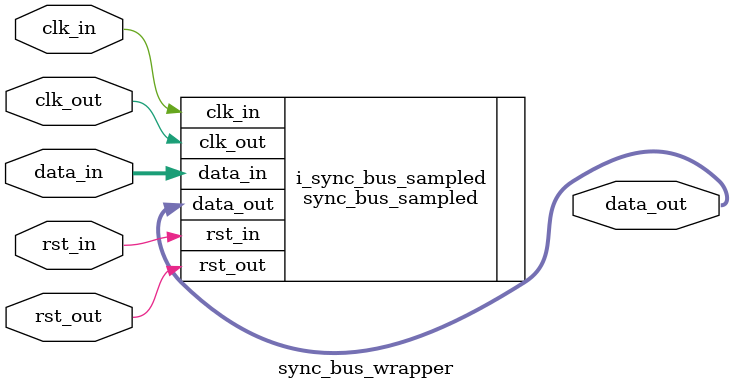
<source format=sv>
module sync_bus_wrapper
(
    input  logic       clk_in,
    input  logic       rst_in,
    input  logic [7:0] data_in,
    input  logic       clk_out,
    input  logic       rst_out,
    output logic [7:0] data_out
);

    sync_bus_sampled #(
        .DATA_WID  ( 8 ),
        .RST_VALUE ( 8'h0 )
    ) i_sync_bus_sampled (
        .clk_in    ( clk_in ),
        .rst_in    ( rst_in ),
        .data_in   ( data_in ),
        .clk_out   ( clk_out ),
        .rst_out   ( rst_out ),
        .data_out  ( data_out )
    );

endmodule : sync_bus_wrapper

</source>
